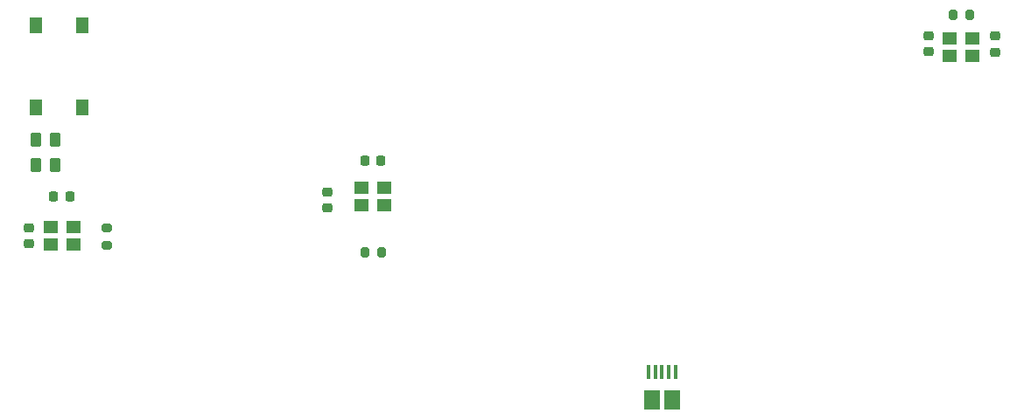
<source format=gbr>
%TF.GenerationSoftware,KiCad,Pcbnew,(6.0.2)*%
%TF.CreationDate,2022-03-17T15:01:17+00:00*%
%TF.ProjectId,PROJ324-Ard1,50524f4a-3332-4342-9d41-7264312e6b69,rev?*%
%TF.SameCoordinates,Original*%
%TF.FileFunction,Paste,Top*%
%TF.FilePolarity,Positive*%
%FSLAX46Y46*%
G04 Gerber Fmt 4.6, Leading zero omitted, Abs format (unit mm)*
G04 Created by KiCad (PCBNEW (6.0.2)) date 2022-03-17 15:01:17*
%MOMM*%
%LPD*%
G01*
G04 APERTURE LIST*
G04 Aperture macros list*
%AMRoundRect*
0 Rectangle with rounded corners*
0 $1 Rounding radius*
0 $2 $3 $4 $5 $6 $7 $8 $9 X,Y pos of 4 corners*
0 Add a 4 corners polygon primitive as box body*
4,1,4,$2,$3,$4,$5,$6,$7,$8,$9,$2,$3,0*
0 Add four circle primitives for the rounded corners*
1,1,$1+$1,$2,$3*
1,1,$1+$1,$4,$5*
1,1,$1+$1,$6,$7*
1,1,$1+$1,$8,$9*
0 Add four rect primitives between the rounded corners*
20,1,$1+$1,$2,$3,$4,$5,0*
20,1,$1+$1,$4,$5,$6,$7,0*
20,1,$1+$1,$6,$7,$8,$9,0*
20,1,$1+$1,$8,$9,$2,$3,0*%
G04 Aperture macros list end*
%ADD10RoundRect,0.250000X-0.262500X-0.450000X0.262500X-0.450000X0.262500X0.450000X-0.262500X0.450000X0*%
%ADD11R,0.400000X1.350000*%
%ADD12R,1.500000X1.900000*%
%ADD13R,1.400000X1.200000*%
%ADD14RoundRect,0.225000X-0.250000X0.225000X-0.250000X-0.225000X0.250000X-0.225000X0.250000X0.225000X0*%
%ADD15R,1.300000X1.550000*%
%ADD16RoundRect,0.225000X0.250000X-0.225000X0.250000X0.225000X-0.250000X0.225000X-0.250000X-0.225000X0*%
%ADD17RoundRect,0.225000X0.225000X0.250000X-0.225000X0.250000X-0.225000X-0.250000X0.225000X-0.250000X0*%
%ADD18RoundRect,0.250000X0.262500X0.450000X-0.262500X0.450000X-0.262500X-0.450000X0.262500X-0.450000X0*%
%ADD19RoundRect,0.200000X0.200000X0.275000X-0.200000X0.275000X-0.200000X-0.275000X0.200000X-0.275000X0*%
%ADD20RoundRect,0.200000X-0.200000X-0.275000X0.200000X-0.275000X0.200000X0.275000X-0.200000X0.275000X0*%
%ADD21RoundRect,0.200000X0.275000X-0.200000X0.275000X0.200000X-0.275000X0.200000X-0.275000X-0.200000X0*%
G04 APERTURE END LIST*
D10*
%TO.C,R10*%
X151475000Y-58400000D03*
X153300000Y-58400000D03*
%TD*%
D11*
%TO.C,J1*%
X210710000Y-80967500D03*
X211360000Y-80967500D03*
X212010000Y-80967500D03*
X212660000Y-80967500D03*
X213310000Y-80967500D03*
D12*
X211010000Y-83667500D03*
X213010000Y-83667500D03*
%TD*%
D13*
%TO.C,Y2*%
X185100000Y-63100000D03*
X182900000Y-63100000D03*
X182900000Y-64800000D03*
X185100000Y-64800000D03*
%TD*%
D14*
%TO.C,C6*%
X244200000Y-48375000D03*
X244200000Y-49925000D03*
%TD*%
D15*
%TO.C,SW1*%
X155950000Y-47325000D03*
X155950000Y-55275000D03*
X151450000Y-55275000D03*
X151450000Y-47325000D03*
%TD*%
D13*
%TO.C,Y1*%
X239800000Y-50300000D03*
X242000000Y-50300000D03*
X242000000Y-48600000D03*
X239800000Y-48600000D03*
%TD*%
D16*
%TO.C,C5*%
X237800000Y-49875000D03*
X237800000Y-48325000D03*
%TD*%
D17*
%TO.C,C9*%
X154700000Y-63900000D03*
X153150000Y-63900000D03*
%TD*%
D18*
%TO.C,R11*%
X153300000Y-60900000D03*
X151475000Y-60900000D03*
%TD*%
D16*
%TO.C,C8*%
X179600000Y-65000000D03*
X179600000Y-63450000D03*
%TD*%
D19*
%TO.C,R7*%
X241800000Y-46300000D03*
X240150000Y-46300000D03*
%TD*%
D17*
%TO.C,C7*%
X184800000Y-60400000D03*
X183250000Y-60400000D03*
%TD*%
D16*
%TO.C,C10*%
X150800000Y-68500000D03*
X150800000Y-66950000D03*
%TD*%
D20*
%TO.C,R8*%
X183250000Y-69300000D03*
X184900000Y-69300000D03*
%TD*%
D13*
%TO.C,Y3*%
X155100000Y-66900000D03*
X152900000Y-66900000D03*
X152900000Y-68600000D03*
X155100000Y-68600000D03*
%TD*%
D21*
%TO.C,R9*%
X158300000Y-68650000D03*
X158300000Y-67000000D03*
%TD*%
M02*

</source>
